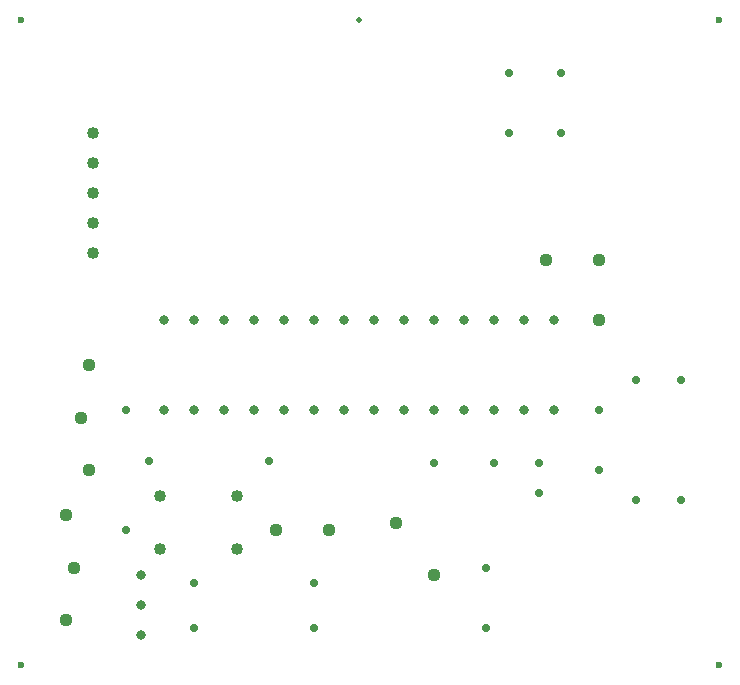
<source format=gbl>
%
M48
METRIC,TZ
M71
T01C0.5000
T02C0.6000
T03C0.7000
T04C0.8000
T05C0.8128
T06C1.0160
T07C1.1176
%
T01
X29858Y55893
T02
X1283Y1283
X1283Y55893
X60338Y55893
X60338Y1283
T03
X57163Y15253
X53353Y15253
X50178Y17793
X50178Y22873
X53353Y25413
X57163Y25413
X45098Y18428
X45098Y15888
X41288Y18428
X36208Y18428
X40653Y9538
X40653Y4458
X26048Y4458
X26048Y8268
X22238Y18555
X15888Y8268
X15888Y4458
X10173Y12713
X12078Y18555
X10173Y22873
X42558Y46368
X47003Y46368
X47003Y51448
X42558Y51448
T04
X11443Y8903
X11443Y6363
X11443Y3823
T05
X13348Y22873
X15888Y22873
X18428Y22873
X20968Y22873
X23508Y22873
X26048Y22873
X28588Y22873
X31128Y22873
X33668Y22873
X36208Y22873
X38748Y22873
X41288Y22873
X43828Y22873
X46368Y22873
X46368Y30493
X43828Y30493
X41288Y30493
X38748Y30493
X36208Y30493
X33668Y30493
X31128Y30493
X28588Y30493
X26048Y30493
X23508Y30493
X20968Y30493
X18428Y30493
X15888Y30493
X13348Y30493
T06
X7379Y36208
X7379Y38748
X7379Y41288
X7379Y43828
X7379Y46368
X13017Y15608
X13017Y11087
X19520Y11087
X19520Y15608
T07
X22873Y12713
X27318Y12713
X33033Y13348
X36208Y8903
X50178Y30493
X50178Y35573
X45733Y35573
X6998Y26683
X6363Y22238
X6998Y17793
X5093Y13983
X5728Y9538
X5093Y5093
M30

</source>
